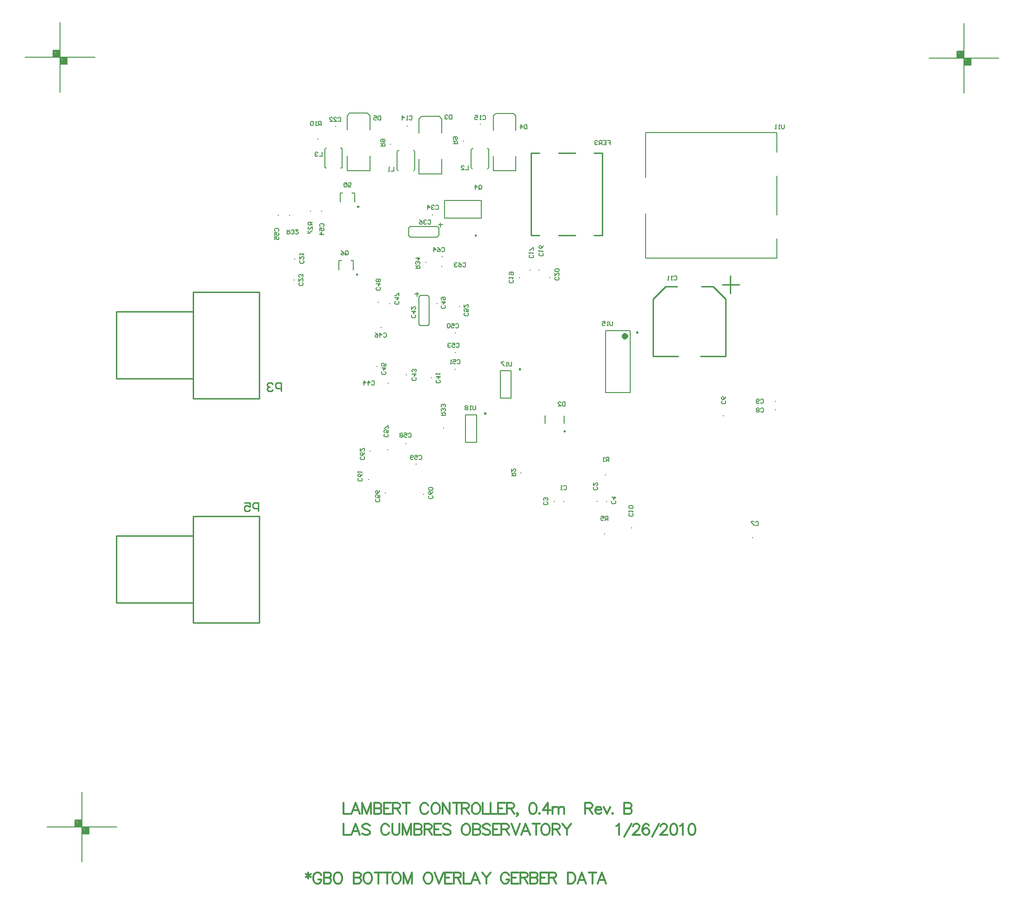
<source format=gbo>
%FSLAX23Y23*%
%MOIN*%
G70*
G01*
G75*
G04 Layer_Color=32896*
%ADD10R,0.070X0.135*%
%ADD11R,0.067X0.014*%
%ADD12R,0.050X0.015*%
%ADD13R,0.039X0.059*%
%ADD14R,0.050X0.050*%
%ADD15R,0.035X0.053*%
%ADD16R,0.053X0.053*%
%ADD17R,0.050X0.050*%
%ADD18O,0.087X0.024*%
%ADD19R,0.135X0.070*%
%ADD20R,0.030X0.125*%
%ADD21R,0.078X0.048*%
%ADD22R,0.067X0.040*%
%ADD23R,0.037X0.035*%
%ADD24R,0.037X0.035*%
%ADD25R,0.065X0.012*%
%ADD26R,0.065X0.024*%
%ADD27R,0.075X0.063*%
%ADD28R,0.063X0.106*%
%ADD29R,0.150X0.110*%
%ADD30O,0.028X0.018*%
%ADD31R,0.067X0.067*%
%ADD32R,0.125X0.170*%
%ADD33R,0.110X0.030*%
%ADD34O,0.083X0.012*%
%ADD35O,0.012X0.083*%
%ADD36R,0.138X0.085*%
%ADD37R,0.043X0.085*%
%ADD38R,0.043X0.085*%
%ADD39R,0.047X0.055*%
%ADD40O,0.012X0.071*%
%ADD41O,0.071X0.012*%
%ADD42R,0.075X0.059*%
%ADD43R,0.017X0.017*%
%ADD44R,0.134X0.134*%
%ADD45O,0.010X0.035*%
%ADD46O,0.035X0.010*%
%ADD47C,0.010*%
%ADD48C,0.040*%
%ADD49C,0.075*%
%ADD50C,0.005*%
%ADD51C,0.020*%
%ADD52C,0.012*%
%ADD53C,0.008*%
%ADD54C,0.012*%
%ADD55C,0.012*%
%ADD56C,0.080*%
%ADD57R,0.080X0.080*%
%ADD58C,0.067*%
%ADD59C,0.060*%
%ADD60C,0.020*%
%ADD61C,0.059*%
%ADD62R,0.059X0.059*%
%ADD63C,0.157*%
%ADD64C,0.079*%
%ADD65C,0.087*%
%ADD66R,0.087X0.087*%
%ADD67C,0.250*%
%ADD68R,0.062X0.062*%
%ADD69C,0.062*%
%ADD70C,0.030*%
%ADD71C,0.024*%
%ADD72C,0.028*%
G04:AMPARAMS|DCode=73|XSize=100mil|YSize=100mil|CornerRadius=0mil|HoleSize=0mil|Usage=FLASHONLY|Rotation=0.000|XOffset=0mil|YOffset=0mil|HoleType=Round|Shape=Relief|Width=10mil|Gap=10mil|Entries=4|*
%AMTHD73*
7,0,0,0.100,0.080,0.010,45*
%
%ADD73THD73*%
%ADD74C,0.044*%
%ADD75C,0.059*%
%ADD76C,0.050*%
%ADD77C,0.030*%
%ADD78C,0.055*%
%ADD79C,0.111*%
%ADD80C,0.056*%
%ADD81C,0.147*%
%ADD82C,0.067*%
%ADD83C,0.140*%
%ADD84C,0.055*%
%ADD85C,0.036*%
%ADD86C,0.071*%
%ADD87C,0.130*%
%ADD88C,0.103*%
G04:AMPARAMS|DCode=89|XSize=70mil|YSize=70mil|CornerRadius=0mil|HoleSize=0mil|Usage=FLASHONLY|Rotation=0.000|XOffset=0mil|YOffset=0mil|HoleType=Round|Shape=Relief|Width=10mil|Gap=10mil|Entries=4|*
%AMTHD89*
7,0,0,0.070,0.050,0.010,45*
%
%ADD89THD89*%
%ADD90C,0.033*%
G04:AMPARAMS|DCode=91|XSize=90mil|YSize=90mil|CornerRadius=0mil|HoleSize=0mil|Usage=FLASHONLY|Rotation=0.000|XOffset=0mil|YOffset=0mil|HoleType=Round|Shape=Relief|Width=10mil|Gap=10mil|Entries=4|*
%AMTHD91*
7,0,0,0.090,0.070,0.010,45*
%
%ADD91THD91*%
G04:AMPARAMS|DCode=92|XSize=95.433mil|YSize=95.433mil|CornerRadius=0mil|HoleSize=0mil|Usage=FLASHONLY|Rotation=0.000|XOffset=0mil|YOffset=0mil|HoleType=Round|Shape=Relief|Width=10mil|Gap=10mil|Entries=4|*
%AMTHD92*
7,0,0,0.095,0.075,0.010,45*
%
%ADD92THD92*%
G04:AMPARAMS|DCode=93|XSize=150.551mil|YSize=150.551mil|CornerRadius=0mil|HoleSize=0mil|Usage=FLASHONLY|Rotation=0.000|XOffset=0mil|YOffset=0mil|HoleType=Round|Shape=Relief|Width=10mil|Gap=10mil|Entries=4|*
%AMTHD93*
7,0,0,0.151,0.131,0.010,45*
%
%ADD93THD93*%
G04:AMPARAMS|DCode=94|XSize=96.221mil|YSize=96.221mil|CornerRadius=0mil|HoleSize=0mil|Usage=FLASHONLY|Rotation=0.000|XOffset=0mil|YOffset=0mil|HoleType=Round|Shape=Relief|Width=10mil|Gap=10mil|Entries=4|*
%AMTHD94*
7,0,0,0.096,0.076,0.010,45*
%
%ADD94THD94*%
G04:AMPARAMS|DCode=95|XSize=107.244mil|YSize=107.244mil|CornerRadius=0mil|HoleSize=0mil|Usage=FLASHONLY|Rotation=0.000|XOffset=0mil|YOffset=0mil|HoleType=Round|Shape=Relief|Width=10mil|Gap=10mil|Entries=4|*
%AMTHD95*
7,0,0,0.107,0.087,0.010,45*
%
%ADD95THD95*%
G04:AMPARAMS|DCode=96|XSize=180mil|YSize=180mil|CornerRadius=0mil|HoleSize=0mil|Usage=FLASHONLY|Rotation=0.000|XOffset=0mil|YOffset=0mil|HoleType=Round|Shape=Relief|Width=10mil|Gap=10mil|Entries=4|*
%AMTHD96*
7,0,0,0.180,0.160,0.010,45*
%
%ADD96THD96*%
G04:AMPARAMS|DCode=97|XSize=95mil|YSize=95mil|CornerRadius=0mil|HoleSize=0mil|Usage=FLASHONLY|Rotation=0.000|XOffset=0mil|YOffset=0mil|HoleType=Round|Shape=Relief|Width=10mil|Gap=10mil|Entries=4|*
%AMTHD97*
7,0,0,0.095,0.075,0.010,45*
%
%ADD97THD97*%
G04:AMPARAMS|DCode=98|XSize=75.748mil|YSize=75.748mil|CornerRadius=0mil|HoleSize=0mil|Usage=FLASHONLY|Rotation=0.000|XOffset=0mil|YOffset=0mil|HoleType=Round|Shape=Relief|Width=10mil|Gap=10mil|Entries=4|*
%AMTHD98*
7,0,0,0.076,0.056,0.010,45*
%
%ADD98THD98*%
G04:AMPARAMS|DCode=99|XSize=111.181mil|YSize=111.181mil|CornerRadius=0mil|HoleSize=0mil|Usage=FLASHONLY|Rotation=0.000|XOffset=0mil|YOffset=0mil|HoleType=Round|Shape=Relief|Width=10mil|Gap=10mil|Entries=4|*
%AMTHD99*
7,0,0,0.111,0.091,0.010,45*
%
%ADD99THD99*%
G04:AMPARAMS|DCode=100|XSize=73mil|YSize=73mil|CornerRadius=0mil|HoleSize=0mil|Usage=FLASHONLY|Rotation=0.000|XOffset=0mil|YOffset=0mil|HoleType=Round|Shape=Relief|Width=10mil|Gap=10mil|Entries=4|*
%AMTHD100*
7,0,0,0.073,0.053,0.010,45*
%
%ADD100THD100*%
%ADD101O,0.091X0.028*%
%ADD102R,0.048X0.078*%
%ADD103R,0.200X0.040*%
%ADD104R,0.200X0.150*%
%ADD105R,0.106X0.150*%
%ADD106R,0.086X0.060*%
%ADD107R,0.130X0.094*%
%ADD108R,0.098X0.268*%
%ADD109R,0.035X0.037*%
%ADD110R,0.035X0.037*%
%ADD111C,0.010*%
%ADD112C,0.010*%
%ADD113C,0.007*%
%ADD114C,0.008*%
%ADD115C,0.024*%
%ADD116C,0.012*%
%ADD117C,0.012*%
%ADD118C,0.007*%
%ADD119R,0.280X0.130*%
%ADD120R,0.074X0.139*%
%ADD121R,0.071X0.018*%
%ADD122R,0.054X0.019*%
%ADD123R,0.043X0.063*%
%ADD124R,0.054X0.054*%
%ADD125R,0.039X0.057*%
%ADD126R,0.057X0.057*%
%ADD127R,0.054X0.054*%
%ADD128O,0.091X0.028*%
%ADD129R,0.139X0.074*%
%ADD130R,0.034X0.129*%
%ADD131R,0.082X0.052*%
%ADD132R,0.071X0.044*%
%ADD133R,0.041X0.039*%
%ADD134R,0.041X0.039*%
%ADD135R,0.069X0.016*%
%ADD136R,0.069X0.028*%
%ADD137R,0.079X0.067*%
%ADD138R,0.067X0.110*%
%ADD139R,0.154X0.114*%
%ADD140O,0.032X0.022*%
%ADD141R,0.071X0.071*%
%ADD142R,0.129X0.174*%
%ADD143R,0.114X0.034*%
%ADD144O,0.087X0.016*%
%ADD145O,0.016X0.087*%
%ADD146R,0.142X0.089*%
%ADD147R,0.047X0.089*%
%ADD148R,0.047X0.089*%
%ADD149R,0.051X0.059*%
%ADD150O,0.016X0.075*%
%ADD151O,0.075X0.016*%
%ADD152R,0.079X0.063*%
%ADD153R,0.021X0.021*%
%ADD154R,0.138X0.138*%
%ADD155O,0.014X0.039*%
%ADD156O,0.039X0.014*%
%ADD157C,0.084*%
%ADD158R,0.084X0.084*%
%ADD159C,0.004*%
%ADD160C,0.071*%
%ADD161C,0.064*%
%ADD162C,0.063*%
%ADD163R,0.063X0.063*%
%ADD164C,0.161*%
%ADD165C,0.083*%
%ADD166R,0.004X0.004*%
%ADD167C,0.091*%
%ADD168R,0.091X0.091*%
%ADD169C,0.254*%
%ADD170R,0.066X0.066*%
%ADD171C,0.066*%
%ADD172C,0.034*%
%ADD173C,0.032*%
%ADD174O,0.095X0.032*%
%ADD175R,0.052X0.082*%
%ADD176R,0.204X0.044*%
%ADD177R,0.204X0.154*%
%ADD178R,0.110X0.154*%
%ADD179R,0.090X0.064*%
%ADD180R,0.134X0.098*%
%ADD181R,0.102X0.272*%
%ADD182R,0.039X0.041*%
%ADD183R,0.039X0.041*%
D47*
X22385Y14166D02*
Y14756D01*
X22325D02*
X22385D01*
X22325Y14166D02*
X22385D01*
X21875D02*
Y14756D01*
X21935D01*
X21875Y14166D02*
X21935D01*
X22070D02*
X22190D01*
X22070Y14756D02*
X22190D01*
X23178Y13801D02*
X23268Y13711D01*
X22748D02*
X22838Y13801D01*
X23268Y13301D02*
Y13711D01*
X22748Y13301D02*
Y13711D01*
X23302Y13749D02*
Y13875D01*
X23246Y13812D02*
X23364D01*
X22748Y13301D02*
X22927D01*
X23087Y13299D02*
X23265D01*
X22838Y13801D02*
X22920D01*
X23096D02*
X23178D01*
X19455Y12997D02*
Y13378D01*
Y12997D02*
X19927D01*
Y13355D01*
X19455Y13760D02*
X19927D01*
Y13355D02*
Y13760D01*
X18904Y13619D02*
X19455D01*
X18904Y13138D02*
Y13619D01*
Y13138D02*
X19455D01*
Y13378D02*
Y13760D01*
Y11390D02*
Y11772D01*
Y11390D02*
X19927D01*
Y11748D01*
X19455Y12154D02*
X19927D01*
Y11748D02*
Y12154D01*
X18904Y12012D02*
X19455D01*
X18904Y11532D02*
Y12012D01*
Y11532D02*
X19455D01*
Y11772D02*
Y12154D01*
X20084Y13048D02*
Y13108D01*
X20054D01*
X20044Y13098D01*
Y13078D01*
X20054Y13068D01*
X20084D01*
X20024Y13098D02*
X20014Y13108D01*
X19994D01*
X19984Y13098D01*
Y13088D01*
X19994Y13078D01*
X20004D01*
X19994D01*
X19984Y13068D01*
Y13058D01*
X19994Y13048D01*
X20014D01*
X20024Y13058D01*
X19922Y12189D02*
Y12249D01*
X19892D01*
X19882Y12239D01*
Y12219D01*
X19892Y12209D01*
X19922D01*
X19822Y12249D02*
X19862D01*
Y12219D01*
X19842Y12229D01*
X19832D01*
X19822Y12219D01*
Y12199D01*
X19832Y12189D01*
X19852D01*
X19862Y12199D01*
D50*
X21478Y12946D02*
Y12921D01*
X21473Y12916D01*
X21463D01*
X21458Y12921D01*
Y12946D01*
X21448Y12916D02*
X21438D01*
X21443D01*
Y12946D01*
X21448Y12941D01*
X21423D02*
X21418Y12946D01*
X21408D01*
X21403Y12941D01*
Y12936D01*
X21408Y12931D01*
X21403Y12926D01*
Y12921D01*
X21408Y12916D01*
X21418D01*
X21423Y12921D01*
Y12926D01*
X21418Y12931D01*
X21423Y12936D01*
Y12941D01*
X21418Y12931D02*
X21408D01*
X21736Y13259D02*
Y13234D01*
X21731Y13229D01*
X21721D01*
X21716Y13234D01*
Y13259D01*
X21706Y13229D02*
X21696D01*
X21701D01*
Y13259D01*
X21706Y13254D01*
X21681Y13259D02*
X21661D01*
Y13254D01*
X21681Y13234D01*
Y13229D01*
X21049Y13929D02*
X21079D01*
Y13944D01*
X21074Y13949D01*
X21064D01*
X21059Y13944D01*
Y13929D01*
Y13939D02*
X21049Y13949D01*
X21074Y13959D02*
X21079Y13964D01*
Y13974D01*
X21074Y13979D01*
X21069D01*
X21064Y13974D01*
Y13969D01*
Y13974D01*
X21059Y13979D01*
X21054D01*
X21049Y13974D01*
Y13964D01*
X21054Y13959D01*
X21049Y14004D02*
X21079D01*
X21064Y13989D01*
Y14009D01*
X21230Y12876D02*
X21260D01*
Y12891D01*
X21255Y12896D01*
X21245D01*
X21240Y12891D01*
Y12876D01*
Y12886D02*
X21230Y12896D01*
X21255Y12906D02*
X21260Y12911D01*
Y12921D01*
X21255Y12926D01*
X21250D01*
X21245Y12921D01*
Y12916D01*
Y12921D01*
X21240Y12926D01*
X21235D01*
X21230Y12921D01*
Y12911D01*
X21235Y12906D01*
X21255Y12936D02*
X21260Y12941D01*
Y12951D01*
X21255Y12956D01*
X21250D01*
X21245Y12951D01*
Y12946D01*
Y12951D01*
X21240Y12956D01*
X21235D01*
X21230Y12951D01*
Y12941D01*
X21235Y12936D01*
X20127Y14206D02*
Y14176D01*
X20142D01*
X20147Y14181D01*
Y14191D01*
X20142Y14196D01*
X20127D01*
X20137D02*
X20147Y14206D01*
X20157Y14181D02*
X20162Y14176D01*
X20172D01*
X20177Y14181D01*
Y14186D01*
X20172Y14191D01*
X20167D01*
X20172D01*
X20177Y14196D01*
Y14201D01*
X20172Y14206D01*
X20162D01*
X20157Y14201D01*
X20207Y14206D02*
X20187D01*
X20207Y14186D01*
Y14181D01*
X20202Y14176D01*
X20192D01*
X20187Y14181D01*
X21234Y14074D02*
X21239Y14079D01*
X21249D01*
X21254Y14074D01*
Y14054D01*
X21249Y14049D01*
X21239D01*
X21234Y14054D01*
X21204Y14079D02*
X21214Y14074D01*
X21224Y14064D01*
Y14054D01*
X21219Y14049D01*
X21209D01*
X21204Y14054D01*
Y14059D01*
X21209Y14064D01*
X21224D01*
X21179Y14049D02*
Y14079D01*
X21194Y14064D01*
X21174D01*
X21385Y13966D02*
X21390Y13971D01*
X21400D01*
X21405Y13966D01*
Y13946D01*
X21400Y13941D01*
X21390D01*
X21385Y13946D01*
X21355Y13971D02*
X21365Y13966D01*
X21375Y13956D01*
Y13946D01*
X21370Y13941D01*
X21360D01*
X21355Y13946D01*
Y13951D01*
X21360Y13956D01*
X21375D01*
X21345Y13966D02*
X21340Y13971D01*
X21330D01*
X21325Y13966D01*
Y13961D01*
X21330Y13956D01*
X21335D01*
X21330D01*
X21325Y13951D01*
Y13946D01*
X21330Y13941D01*
X21340D01*
X21345Y13946D01*
X20786Y12277D02*
X20791Y12272D01*
Y12262D01*
X20786Y12257D01*
X20766D01*
X20761Y12262D01*
Y12272D01*
X20766Y12277D01*
X20791Y12307D02*
Y12287D01*
X20776D01*
X20781Y12297D01*
Y12302D01*
X20776Y12307D01*
X20766D01*
X20761Y12302D01*
Y12292D01*
X20766Y12287D01*
X20791Y12337D02*
X20786Y12327D01*
X20776Y12317D01*
X20766D01*
X20761Y12322D01*
Y12332D01*
X20766Y12337D01*
X20771D01*
X20776Y12332D01*
Y12317D01*
X20848Y12742D02*
X20853Y12737D01*
Y12727D01*
X20848Y12722D01*
X20828D01*
X20823Y12727D01*
Y12737D01*
X20828Y12742D01*
X20853Y12772D02*
Y12752D01*
X20838D01*
X20843Y12762D01*
Y12767D01*
X20838Y12772D01*
X20828D01*
X20823Y12767D01*
Y12757D01*
X20828Y12752D01*
X20853Y12782D02*
Y12802D01*
X20848D01*
X20828Y12782D01*
X20823D01*
X20995Y12743D02*
X21000Y12748D01*
X21010D01*
X21015Y12743D01*
Y12723D01*
X21010Y12718D01*
X21000D01*
X20995Y12723D01*
X20965Y12748D02*
X20985D01*
Y12733D01*
X20975Y12738D01*
X20970D01*
X20965Y12733D01*
Y12723D01*
X20970Y12718D01*
X20980D01*
X20985Y12723D01*
X20955Y12743D02*
X20950Y12748D01*
X20940D01*
X20935Y12743D01*
Y12738D01*
X20940Y12733D01*
X20935Y12728D01*
Y12723D01*
X20940Y12718D01*
X20950D01*
X20955Y12723D01*
Y12728D01*
X20950Y12733D01*
X20955Y12738D01*
Y12743D01*
X20950Y12733D02*
X20940D01*
X21070Y12586D02*
X21075Y12591D01*
X21085D01*
X21090Y12586D01*
Y12566D01*
X21085Y12561D01*
X21075D01*
X21070Y12566D01*
X21040Y12591D02*
X21060D01*
Y12576D01*
X21050Y12581D01*
X21045D01*
X21040Y12576D01*
Y12566D01*
X21045Y12561D01*
X21055D01*
X21060Y12566D01*
X21030D02*
X21025Y12561D01*
X21015D01*
X21010Y12566D01*
Y12586D01*
X21015Y12591D01*
X21025D01*
X21030Y12586D01*
Y12581D01*
X21025Y12576D01*
X21010D01*
X21166Y12301D02*
X21171Y12296D01*
Y12286D01*
X21166Y12281D01*
X21146D01*
X21141Y12286D01*
Y12296D01*
X21146Y12301D01*
X21171Y12331D02*
X21166Y12321D01*
X21156Y12311D01*
X21146D01*
X21141Y12316D01*
Y12326D01*
X21146Y12331D01*
X21151D01*
X21156Y12326D01*
Y12311D01*
X21166Y12341D02*
X21171Y12346D01*
Y12356D01*
X21166Y12361D01*
X21146D01*
X21141Y12356D01*
Y12346D01*
X21146Y12341D01*
X21166D01*
X20661Y12425D02*
X20666Y12420D01*
Y12410D01*
X20661Y12405D01*
X20641D01*
X20636Y12410D01*
Y12420D01*
X20641Y12425D01*
X20666Y12455D02*
X20661Y12445D01*
X20651Y12435D01*
X20641D01*
X20636Y12440D01*
Y12450D01*
X20641Y12455D01*
X20646D01*
X20651Y12450D01*
Y12435D01*
X20636Y12465D02*
Y12475D01*
Y12470D01*
X20666D01*
X20661Y12465D01*
X20677Y12581D02*
X20682Y12576D01*
Y12566D01*
X20677Y12561D01*
X20657D01*
X20652Y12566D01*
Y12576D01*
X20657Y12581D01*
X20682Y12611D02*
X20677Y12601D01*
X20667Y12591D01*
X20657D01*
X20652Y12596D01*
Y12606D01*
X20657Y12611D01*
X20662D01*
X20667Y12606D01*
Y12591D01*
X20652Y12641D02*
Y12621D01*
X20672Y12641D01*
X20677D01*
X20682Y12636D01*
Y12626D01*
X20677Y12621D01*
X22459Y13550D02*
Y13525D01*
X22454Y13520D01*
X22444D01*
X22439Y13525D01*
Y13550D01*
X22429Y13520D02*
X22419D01*
X22424D01*
Y13550D01*
X22429Y13545D01*
X22384Y13550D02*
X22404D01*
Y13535D01*
X22394Y13540D01*
X22389D01*
X22384Y13535D01*
Y13525D01*
X22389Y13520D01*
X22399D01*
X22404Y13525D01*
X22420Y14846D02*
X22440D01*
Y14831D01*
X22430D01*
X22440D01*
Y14816D01*
X22390Y14846D02*
X22410D01*
Y14816D01*
X22390D01*
X22410Y14831D02*
X22400D01*
X22380Y14816D02*
Y14846D01*
X22365D01*
X22360Y14841D01*
Y14831D01*
X22365Y14826D01*
X22380D01*
X22370D02*
X22360Y14816D01*
X22350Y14841D02*
X22345Y14846D01*
X22335D01*
X22330Y14841D01*
Y14836D01*
X22335Y14831D01*
X22340D01*
X22335D01*
X22330Y14826D01*
Y14821D01*
X22335Y14816D01*
X22345D01*
X22350Y14821D01*
X23688Y14961D02*
Y14936D01*
X23683Y14931D01*
X23673D01*
X23668Y14936D01*
Y14961D01*
X23658Y14931D02*
X23648D01*
X23653D01*
Y14961D01*
X23658Y14956D01*
X23633Y14931D02*
X23623D01*
X23628D01*
Y14961D01*
X23633Y14956D01*
X21191Y14377D02*
X21196Y14382D01*
X21206D01*
X21211Y14377D01*
Y14357D01*
X21206Y14352D01*
X21196D01*
X21191Y14357D01*
X21181Y14377D02*
X21176Y14382D01*
X21166D01*
X21161Y14377D01*
Y14372D01*
X21166Y14367D01*
X21171D01*
X21166D01*
X21161Y14362D01*
Y14357D01*
X21166Y14352D01*
X21176D01*
X21181Y14357D01*
X21136Y14352D02*
Y14382D01*
X21151Y14367D01*
X21131D01*
X21136Y14272D02*
X21141Y14277D01*
X21151D01*
X21156Y14272D01*
Y14252D01*
X21151Y14247D01*
X21141D01*
X21136Y14252D01*
X21126Y14272D02*
X21121Y14277D01*
X21111D01*
X21106Y14272D01*
Y14267D01*
X21111Y14262D01*
X21116D01*
X21111D01*
X21106Y14257D01*
Y14252D01*
X21111Y14247D01*
X21121D01*
X21126Y14252D01*
X21076Y14277D02*
X21086Y14272D01*
X21096Y14262D01*
Y14252D01*
X21091Y14247D01*
X21081D01*
X21076Y14252D01*
Y14257D01*
X21081Y14262D01*
X21096D01*
X21219Y13128D02*
X21224Y13123D01*
Y13113D01*
X21219Y13108D01*
X21199D01*
X21194Y13113D01*
Y13123D01*
X21199Y13128D01*
X21194Y13153D02*
X21224D01*
X21209Y13138D01*
Y13158D01*
X21194Y13168D02*
Y13178D01*
Y13173D01*
X21224D01*
X21219Y13168D01*
X21043Y13597D02*
X21048Y13592D01*
Y13582D01*
X21043Y13577D01*
X21023D01*
X21018Y13582D01*
Y13592D01*
X21023Y13597D01*
X21018Y13622D02*
X21048D01*
X21033Y13607D01*
Y13627D01*
X21018Y13657D02*
Y13637D01*
X21038Y13657D01*
X21043D01*
X21048Y13652D01*
Y13642D01*
X21043Y13637D01*
X21048Y13147D02*
X21053Y13142D01*
Y13132D01*
X21048Y13127D01*
X21028D01*
X21023Y13132D01*
Y13142D01*
X21028Y13147D01*
X21023Y13172D02*
X21053D01*
X21038Y13157D01*
Y13177D01*
X21048Y13187D02*
X21053Y13192D01*
Y13202D01*
X21048Y13207D01*
X21043D01*
X21038Y13202D01*
Y13197D01*
Y13202D01*
X21033Y13207D01*
X21028D01*
X21023Y13202D01*
Y13192D01*
X21028Y13187D01*
X20733Y13118D02*
X20738Y13123D01*
X20748D01*
X20753Y13118D01*
Y13098D01*
X20748Y13093D01*
X20738D01*
X20733Y13098D01*
X20708Y13093D02*
Y13123D01*
X20723Y13108D01*
X20703D01*
X20678Y13093D02*
Y13123D01*
X20693Y13108D01*
X20673D01*
X20829Y13190D02*
X20834Y13185D01*
Y13175D01*
X20829Y13170D01*
X20809D01*
X20804Y13175D01*
Y13185D01*
X20809Y13190D01*
X20804Y13215D02*
X20834D01*
X20819Y13200D01*
Y13220D01*
X20834Y13250D02*
Y13230D01*
X20819D01*
X20824Y13240D01*
Y13245D01*
X20819Y13250D01*
X20809D01*
X20804Y13245D01*
Y13235D01*
X20809Y13230D01*
X20818Y13462D02*
X20823Y13467D01*
X20833D01*
X20838Y13462D01*
Y13442D01*
X20833Y13437D01*
X20823D01*
X20818Y13442D01*
X20793Y13437D02*
Y13467D01*
X20808Y13452D01*
X20788D01*
X20758Y13467D02*
X20768Y13462D01*
X20778Y13452D01*
Y13442D01*
X20773Y13437D01*
X20763D01*
X20758Y13442D01*
Y13447D01*
X20763Y13452D01*
X20778D01*
X20924Y13694D02*
X20929Y13689D01*
Y13679D01*
X20924Y13674D01*
X20904D01*
X20899Y13679D01*
Y13689D01*
X20904Y13694D01*
X20899Y13719D02*
X20929D01*
X20914Y13704D01*
Y13724D01*
X20929Y13734D02*
Y13754D01*
X20924D01*
X20904Y13734D01*
X20899D01*
X20791Y13794D02*
X20796Y13789D01*
Y13779D01*
X20791Y13774D01*
X20771D01*
X20766Y13779D01*
Y13789D01*
X20771Y13794D01*
X20766Y13819D02*
X20796D01*
X20781Y13804D01*
Y13824D01*
X20791Y13834D02*
X20796Y13839D01*
Y13849D01*
X20791Y13854D01*
X20786D01*
X20781Y13849D01*
X20776Y13854D01*
X20771D01*
X20766Y13849D01*
Y13839D01*
X20771Y13834D01*
X20776D01*
X20781Y13839D01*
X20786Y13834D01*
X20791D01*
X20781Y13839D02*
Y13849D01*
X21256Y13663D02*
X21261Y13658D01*
Y13648D01*
X21256Y13643D01*
X21236D01*
X21231Y13648D01*
Y13658D01*
X21236Y13663D01*
X21231Y13688D02*
X21261D01*
X21246Y13673D01*
Y13693D01*
X21236Y13703D02*
X21231Y13708D01*
Y13718D01*
X21236Y13723D01*
X21256D01*
X21261Y13718D01*
Y13708D01*
X21256Y13703D01*
X21251D01*
X21246Y13708D01*
Y13723D01*
X21334Y13529D02*
X21339Y13534D01*
X21349D01*
X21354Y13529D01*
Y13509D01*
X21349Y13504D01*
X21339D01*
X21334Y13509D01*
X21304Y13534D02*
X21324D01*
Y13519D01*
X21314Y13524D01*
X21309D01*
X21304Y13519D01*
Y13509D01*
X21309Y13504D01*
X21319D01*
X21324Y13509D01*
X21294Y13529D02*
X21289Y13534D01*
X21279D01*
X21274Y13529D01*
Y13509D01*
X21279Y13504D01*
X21289D01*
X21294Y13509D01*
Y13529D01*
X21345Y13271D02*
X21350Y13276D01*
X21360D01*
X21365Y13271D01*
Y13251D01*
X21360Y13246D01*
X21350D01*
X21345Y13251D01*
X21315Y13276D02*
X21335D01*
Y13261D01*
X21325Y13266D01*
X21320D01*
X21315Y13261D01*
Y13251D01*
X21320Y13246D01*
X21330D01*
X21335Y13251D01*
X21305Y13246D02*
X21295D01*
X21300D01*
Y13276D01*
X21305Y13271D01*
X21420Y13610D02*
X21425Y13605D01*
Y13595D01*
X21420Y13590D01*
X21400D01*
X21395Y13595D01*
Y13605D01*
X21400Y13610D01*
X21425Y13640D02*
Y13620D01*
X21410D01*
X21415Y13630D01*
Y13635D01*
X21410Y13640D01*
X21400D01*
X21395Y13635D01*
Y13625D01*
X21400Y13620D01*
X21395Y13670D02*
Y13650D01*
X21415Y13670D01*
X21420D01*
X21425Y13665D01*
Y13655D01*
X21420Y13650D01*
X21339Y13389D02*
X21344Y13394D01*
X21354D01*
X21359Y13389D01*
Y13369D01*
X21354Y13364D01*
X21344D01*
X21339Y13369D01*
X21309Y13394D02*
X21329D01*
Y13379D01*
X21319Y13384D01*
X21314D01*
X21309Y13379D01*
Y13369D01*
X21314Y13364D01*
X21324D01*
X21329Y13369D01*
X21299Y13389D02*
X21294Y13394D01*
X21284D01*
X21279Y13389D01*
Y13384D01*
X21284Y13379D01*
X21289D01*
X21284D01*
X21279Y13374D01*
Y13369D01*
X21284Y13364D01*
X21294D01*
X21299Y13369D01*
X21501Y14502D02*
Y14522D01*
X21506Y14527D01*
X21516D01*
X21521Y14522D01*
Y14502D01*
X21516Y14497D01*
X21506D01*
X21511Y14507D02*
X21501Y14497D01*
X21506D02*
X21501Y14502D01*
X21476Y14497D02*
Y14527D01*
X21491Y14512D01*
X21471D01*
X22897Y13871D02*
X22902Y13876D01*
X22912D01*
X22917Y13871D01*
Y13851D01*
X22912Y13846D01*
X22902D01*
X22897Y13851D01*
X22887Y13846D02*
X22877D01*
X22882D01*
Y13876D01*
X22887Y13871D01*
X22862Y13846D02*
X22852D01*
X22857D01*
Y13876D01*
X22862Y13871D01*
X21002Y15018D02*
X21007Y15023D01*
X21017D01*
X21022Y15018D01*
Y14998D01*
X21017Y14993D01*
X21007D01*
X21002Y14998D01*
X20992Y14993D02*
X20982D01*
X20987D01*
Y15023D01*
X20992Y15018D01*
X20952Y14993D02*
Y15023D01*
X20967Y15008D01*
X20947D01*
X21527Y15021D02*
X21532Y15026D01*
X21542D01*
X21547Y15021D01*
Y15001D01*
X21542Y14996D01*
X21532D01*
X21527Y15001D01*
X21517Y14996D02*
X21507D01*
X21512D01*
Y15026D01*
X21517Y15021D01*
X21472Y15026D02*
X21492D01*
Y15011D01*
X21482Y15016D01*
X21477D01*
X21472Y15011D01*
Y15001D01*
X21477Y14996D01*
X21487D01*
X21492Y15001D01*
X21958Y14038D02*
X21963Y14033D01*
Y14023D01*
X21958Y14018D01*
X21938D01*
X21933Y14023D01*
Y14033D01*
X21938Y14038D01*
X21933Y14048D02*
Y14058D01*
Y14053D01*
X21963D01*
X21958Y14048D01*
X21963Y14093D02*
X21958Y14083D01*
X21948Y14073D01*
X21938D01*
X21933Y14078D01*
Y14088D01*
X21938Y14093D01*
X21943D01*
X21948Y14088D01*
Y14073D01*
X21888Y14025D02*
X21893Y14020D01*
Y14010D01*
X21888Y14005D01*
X21868D01*
X21863Y14010D01*
Y14020D01*
X21868Y14025D01*
X21863Y14035D02*
Y14045D01*
Y14040D01*
X21893D01*
X21888Y14035D01*
X21893Y14060D02*
Y14080D01*
X21888D01*
X21868Y14060D01*
X21863D01*
X21743Y13847D02*
X21748Y13842D01*
Y13832D01*
X21743Y13827D01*
X21723D01*
X21718Y13832D01*
Y13842D01*
X21723Y13847D01*
X21718Y13857D02*
Y13867D01*
Y13862D01*
X21748D01*
X21743Y13857D01*
X21723Y13882D02*
X21718Y13887D01*
Y13897D01*
X21723Y13902D01*
X21743D01*
X21748Y13897D01*
Y13887D01*
X21743Y13882D01*
X21738D01*
X21733Y13887D01*
Y13902D01*
X22070Y13867D02*
X22075Y13862D01*
Y13852D01*
X22070Y13847D01*
X22050D01*
X22045Y13852D01*
Y13862D01*
X22050Y13867D01*
X22045Y13897D02*
Y13877D01*
X22065Y13897D01*
X22070D01*
X22075Y13892D01*
Y13882D01*
X22070Y13877D01*
Y13907D02*
X22075Y13912D01*
Y13922D01*
X22070Y13927D01*
X22050D01*
X22045Y13922D01*
Y13912D01*
X22050Y13907D01*
X22070D01*
X20243Y13987D02*
X20248Y13982D01*
Y13972D01*
X20243Y13967D01*
X20223D01*
X20218Y13972D01*
Y13982D01*
X20223Y13987D01*
X20218Y14017D02*
Y13997D01*
X20238Y14017D01*
X20243D01*
X20248Y14012D01*
Y14002D01*
X20243Y13997D01*
X20218Y14027D02*
Y14037D01*
Y14032D01*
X20248D01*
X20243Y14027D01*
X20492Y15007D02*
X20497Y15012D01*
X20507D01*
X20512Y15007D01*
Y14987D01*
X20507Y14982D01*
X20497D01*
X20492Y14987D01*
X20462Y14982D02*
X20482D01*
X20462Y15002D01*
Y15007D01*
X20467Y15012D01*
X20477D01*
X20482Y15007D01*
X20432Y14982D02*
X20452D01*
X20432Y15002D01*
Y15007D01*
X20437Y15012D01*
X20447D01*
X20452Y15007D01*
X20238Y13827D02*
X20243Y13822D01*
Y13812D01*
X20238Y13807D01*
X20218D01*
X20213Y13812D01*
Y13822D01*
X20218Y13827D01*
X20213Y13857D02*
Y13837D01*
X20233Y13857D01*
X20238D01*
X20243Y13852D01*
Y13842D01*
X20238Y13837D01*
Y13867D02*
X20243Y13872D01*
Y13882D01*
X20238Y13887D01*
X20233D01*
X20228Y13882D01*
Y13877D01*
Y13882D01*
X20223Y13887D01*
X20218D01*
X20213Y13882D01*
Y13872D01*
X20218Y13867D01*
X20365Y14229D02*
X20360Y14234D01*
Y14244D01*
X20365Y14249D01*
X20385D01*
X20390Y14244D01*
Y14234D01*
X20385Y14229D01*
X20360Y14199D02*
Y14219D01*
X20375D01*
X20370Y14209D01*
Y14204D01*
X20375Y14199D01*
X20385D01*
X20390Y14204D01*
Y14214D01*
X20385Y14219D01*
X20390Y14174D02*
X20360D01*
X20375Y14189D01*
Y14169D01*
X20044Y14195D02*
X20039Y14200D01*
Y14210D01*
X20044Y14215D01*
X20064D01*
X20069Y14210D01*
Y14200D01*
X20064Y14195D01*
X20039Y14165D02*
Y14185D01*
X20054D01*
X20049Y14175D01*
Y14170D01*
X20054Y14165D01*
X20064D01*
X20069Y14170D01*
Y14180D01*
X20064Y14185D01*
X20039Y14135D02*
Y14155D01*
X20054D01*
X20049Y14145D01*
Y14140D01*
X20054Y14135D01*
X20064D01*
X20069Y14140D01*
Y14150D01*
X20064Y14155D01*
X21308Y15029D02*
Y14999D01*
X21293D01*
X21288Y15004D01*
Y15024D01*
X21293Y15029D01*
X21308D01*
X21278Y15024D02*
X21273Y15029D01*
X21263D01*
X21258Y15024D01*
Y15019D01*
X21263Y15014D01*
X21268D01*
X21263D01*
X21258Y15009D01*
Y15004D01*
X21263Y14999D01*
X21273D01*
X21278Y15004D01*
X21846Y14959D02*
Y14929D01*
X21831D01*
X21826Y14934D01*
Y14954D01*
X21831Y14959D01*
X21846D01*
X21801Y14929D02*
Y14959D01*
X21816Y14944D01*
X21796D01*
X20799Y15022D02*
Y14992D01*
X20784D01*
X20779Y14997D01*
Y15017D01*
X20784Y15022D01*
X20799D01*
X20749D02*
X20769D01*
Y15007D01*
X20759Y15012D01*
X20754D01*
X20749Y15007D01*
Y14997D01*
X20754Y14992D01*
X20764D01*
X20769Y14997D01*
X20892Y14657D02*
Y14627D01*
X20872D01*
X20862D02*
X20852D01*
X20857D01*
Y14657D01*
X20862Y14652D01*
X21425Y14665D02*
Y14635D01*
X21405D01*
X21375D02*
X21395D01*
X21375Y14655D01*
Y14660D01*
X21380Y14665D01*
X21390D01*
X21395Y14660D01*
X20377Y14762D02*
Y14732D01*
X20357D01*
X20347Y14757D02*
X20342Y14762D01*
X20332D01*
X20327Y14757D01*
Y14752D01*
X20332Y14747D01*
X20337D01*
X20332D01*
X20327Y14742D01*
Y14737D01*
X20332Y14732D01*
X20342D01*
X20347Y14737D01*
X20556Y14539D02*
Y14519D01*
X20551Y14514D01*
X20541D01*
X20536Y14519D01*
Y14539D01*
X20541Y14544D01*
X20551D01*
X20546Y14534D02*
X20556Y14544D01*
X20551D02*
X20556Y14539D01*
X20586Y14514D02*
X20566D01*
Y14529D01*
X20576Y14524D01*
X20581D01*
X20586Y14529D01*
Y14539D01*
X20581Y14544D01*
X20571D01*
X20566Y14539D01*
X20544Y14030D02*
Y14050D01*
X20549Y14055D01*
X20559D01*
X20564Y14050D01*
Y14030D01*
X20559Y14025D01*
X20549D01*
X20554Y14035D02*
X20544Y14025D01*
X20549D02*
X20544Y14030D01*
X20514Y14055D02*
X20524Y14050D01*
X20534Y14040D01*
Y14030D01*
X20529Y14025D01*
X20519D01*
X20514Y14030D01*
Y14035D01*
X20519Y14040D01*
X20534D01*
X20799Y14806D02*
X20829D01*
Y14821D01*
X20824Y14826D01*
X20814D01*
X20809Y14821D01*
Y14806D01*
Y14816D02*
X20799Y14826D01*
X20824Y14836D02*
X20829Y14841D01*
Y14851D01*
X20824Y14856D01*
X20819D01*
X20814Y14851D01*
X20809Y14856D01*
X20804D01*
X20799Y14851D01*
Y14841D01*
X20804Y14836D01*
X20809D01*
X20814Y14841D01*
X20819Y14836D01*
X20824D01*
X20814Y14841D02*
Y14851D01*
X21318Y14823D02*
X21348D01*
Y14838D01*
X21343Y14843D01*
X21333D01*
X21328Y14838D01*
Y14823D01*
Y14833D02*
X21318Y14843D01*
X21323Y14853D02*
X21318Y14858D01*
Y14868D01*
X21323Y14873D01*
X21343D01*
X21348Y14868D01*
Y14858D01*
X21343Y14853D01*
X21338D01*
X21333Y14858D01*
Y14873D01*
X20370Y14954D02*
Y14984D01*
X20355D01*
X20350Y14979D01*
Y14969D01*
X20355Y14964D01*
X20370D01*
X20360D02*
X20350Y14954D01*
X20340D02*
X20330D01*
X20335D01*
Y14984D01*
X20340Y14979D01*
X20315D02*
X20310Y14984D01*
X20300D01*
X20295Y14979D01*
Y14959D01*
X20300Y14954D01*
X20310D01*
X20315Y14959D01*
Y14979D01*
X22107Y12368D02*
X22112Y12373D01*
X22122D01*
X22127Y12368D01*
Y12348D01*
X22122Y12343D01*
X22112D01*
X22107Y12348D01*
X22097Y12343D02*
X22087D01*
X22092D01*
Y12373D01*
X22097Y12368D01*
X22345Y12363D02*
X22350Y12358D01*
Y12348D01*
X22345Y12343D01*
X22325D01*
X22320Y12348D01*
Y12358D01*
X22325Y12363D01*
X22320Y12393D02*
Y12373D01*
X22340Y12393D01*
X22345D01*
X22350Y12388D01*
Y12378D01*
X22345Y12373D01*
X21989Y12256D02*
X21994Y12251D01*
Y12241D01*
X21989Y12236D01*
X21969D01*
X21964Y12241D01*
Y12251D01*
X21969Y12256D01*
X21989Y12266D02*
X21994Y12271D01*
Y12281D01*
X21989Y12286D01*
X21984D01*
X21979Y12281D01*
Y12276D01*
Y12281D01*
X21974Y12286D01*
X21969D01*
X21964Y12281D01*
Y12271D01*
X21969Y12266D01*
X22475Y12263D02*
X22480Y12258D01*
Y12248D01*
X22475Y12243D01*
X22455D01*
X22450Y12248D01*
Y12258D01*
X22455Y12263D01*
X22450Y12288D02*
X22480D01*
X22465Y12273D01*
Y12293D01*
X23264Y12981D02*
X23269Y12976D01*
Y12966D01*
X23264Y12961D01*
X23244D01*
X23239Y12966D01*
Y12976D01*
X23244Y12981D01*
X23269Y13011D02*
X23264Y13001D01*
X23254Y12991D01*
X23244D01*
X23239Y12996D01*
Y13006D01*
X23244Y13011D01*
X23249D01*
X23254Y13006D01*
Y12991D01*
X23480Y12111D02*
X23485Y12116D01*
X23495D01*
X23500Y12111D01*
Y12091D01*
X23495Y12086D01*
X23485D01*
X23480Y12091D01*
X23470Y12116D02*
X23450D01*
Y12111D01*
X23470Y12091D01*
Y12086D01*
X23519Y12924D02*
X23524Y12929D01*
X23534D01*
X23539Y12924D01*
Y12904D01*
X23534Y12899D01*
X23524D01*
X23519Y12904D01*
X23509Y12924D02*
X23504Y12929D01*
X23494D01*
X23489Y12924D01*
Y12919D01*
X23494Y12914D01*
X23489Y12909D01*
Y12904D01*
X23494Y12899D01*
X23504D01*
X23509Y12904D01*
Y12909D01*
X23504Y12914D01*
X23509Y12919D01*
Y12924D01*
X23504Y12914D02*
X23494D01*
X23517Y12987D02*
X23522Y12992D01*
X23532D01*
X23537Y12987D01*
Y12967D01*
X23532Y12962D01*
X23522D01*
X23517Y12967D01*
X23507D02*
X23502Y12962D01*
X23492D01*
X23487Y12967D01*
Y12987D01*
X23492Y12992D01*
X23502D01*
X23507Y12987D01*
Y12982D01*
X23502Y12977D01*
X23487D01*
X22601Y12174D02*
X22606Y12169D01*
Y12159D01*
X22601Y12154D01*
X22581D01*
X22576Y12159D01*
Y12169D01*
X22581Y12174D01*
X22576Y12184D02*
Y12194D01*
Y12189D01*
X22606D01*
X22601Y12184D01*
Y12209D02*
X22606Y12214D01*
Y12224D01*
X22601Y12229D01*
X22581D01*
X22576Y12224D01*
Y12214D01*
X22581Y12209D01*
X22601D01*
X22118Y12972D02*
Y12942D01*
X22103D01*
X22098Y12947D01*
Y12967D01*
X22103Y12972D01*
X22118D01*
X22068Y12942D02*
X22088D01*
X22068Y12962D01*
Y12967D01*
X22073Y12972D01*
X22083D01*
X22088Y12967D01*
X22430Y12547D02*
Y12577D01*
X22415D01*
X22410Y12572D01*
Y12562D01*
X22415Y12557D01*
X22430D01*
X22420D02*
X22410Y12547D01*
X22400D02*
X22390D01*
X22395D01*
Y12577D01*
X22400Y12572D01*
X21734Y12443D02*
X21764D01*
Y12458D01*
X21759Y12463D01*
X21749D01*
X21744Y12458D01*
Y12443D01*
Y12453D02*
X21734Y12463D01*
Y12493D02*
Y12473D01*
X21754Y12493D01*
X21759D01*
X21764Y12488D01*
Y12478D01*
X21759Y12473D01*
X22424Y12124D02*
Y12154D01*
X22409D01*
X22404Y12149D01*
Y12139D01*
X22409Y12134D01*
X22424D01*
X22414D02*
X22404Y12124D01*
X22374Y12154D02*
X22394D01*
Y12139D01*
X22384Y12144D01*
X22379D01*
X22374Y12139D01*
Y12129D01*
X22379Y12124D01*
X22389D01*
X22394Y12129D01*
X20309Y14259D02*
X20279D01*
Y14244D01*
X20284Y14239D01*
X20294D01*
X20299Y14244D01*
Y14259D01*
Y14249D02*
X20309Y14239D01*
Y14209D02*
Y14229D01*
X20289Y14209D01*
X20284D01*
X20279Y14214D01*
Y14224D01*
X20284Y14229D01*
X20279Y14199D02*
Y14179D01*
X20284D01*
X20304Y14199D01*
X20309D01*
D52*
X20279Y9600D02*
Y9555D01*
X20260Y9589D02*
X20298Y9566D01*
Y9589D02*
X20260Y9566D01*
X20372Y9581D02*
X20368Y9589D01*
X20360Y9597D01*
X20353Y9600D01*
X20337D01*
X20330Y9597D01*
X20322Y9589D01*
X20318Y9581D01*
X20315Y9570D01*
Y9551D01*
X20318Y9540D01*
X20322Y9532D01*
X20330Y9524D01*
X20337Y9520D01*
X20353D01*
X20360Y9524D01*
X20368Y9532D01*
X20372Y9540D01*
Y9551D01*
X20353D02*
X20372D01*
X20390Y9600D02*
Y9520D01*
Y9600D02*
X20424D01*
X20436Y9597D01*
X20439Y9593D01*
X20443Y9585D01*
Y9578D01*
X20439Y9570D01*
X20436Y9566D01*
X20424Y9562D01*
X20390D02*
X20424D01*
X20436Y9559D01*
X20439Y9555D01*
X20443Y9547D01*
Y9536D01*
X20439Y9528D01*
X20436Y9524D01*
X20424Y9520D01*
X20390D01*
X20484Y9600D02*
X20476Y9597D01*
X20469Y9589D01*
X20465Y9581D01*
X20461Y9570D01*
Y9551D01*
X20465Y9540D01*
X20469Y9532D01*
X20476Y9524D01*
X20484Y9520D01*
X20499D01*
X20507Y9524D01*
X20515Y9532D01*
X20518Y9540D01*
X20522Y9551D01*
Y9570D01*
X20518Y9581D01*
X20515Y9589D01*
X20507Y9597D01*
X20499Y9600D01*
X20484D01*
X20604D02*
Y9520D01*
Y9600D02*
X20638D01*
X20649Y9597D01*
X20653Y9593D01*
X20657Y9585D01*
Y9578D01*
X20653Y9570D01*
X20649Y9566D01*
X20638Y9562D01*
X20604D02*
X20638D01*
X20649Y9559D01*
X20653Y9555D01*
X20657Y9547D01*
Y9536D01*
X20653Y9528D01*
X20649Y9524D01*
X20638Y9520D01*
X20604D01*
X20698Y9600D02*
X20690Y9597D01*
X20682Y9589D01*
X20679Y9581D01*
X20675Y9570D01*
Y9551D01*
X20679Y9540D01*
X20682Y9532D01*
X20690Y9524D01*
X20698Y9520D01*
X20713D01*
X20721Y9524D01*
X20728Y9532D01*
X20732Y9540D01*
X20736Y9551D01*
Y9570D01*
X20732Y9581D01*
X20728Y9589D01*
X20721Y9597D01*
X20713Y9600D01*
X20698D01*
X20781D02*
Y9520D01*
X20754Y9600D02*
X20808D01*
X20844D02*
Y9520D01*
X20817Y9600D02*
X20871D01*
X20903D02*
X20895Y9597D01*
X20888Y9589D01*
X20884Y9581D01*
X20880Y9570D01*
Y9551D01*
X20884Y9540D01*
X20888Y9532D01*
X20895Y9524D01*
X20903Y9520D01*
X20918D01*
X20926Y9524D01*
X20933Y9532D01*
X20937Y9540D01*
X20941Y9551D01*
Y9570D01*
X20937Y9581D01*
X20933Y9589D01*
X20926Y9597D01*
X20918Y9600D01*
X20903D01*
X20960D02*
Y9520D01*
Y9600D02*
X20990Y9520D01*
X21021Y9600D02*
X20990Y9520D01*
X21021Y9600D02*
Y9520D01*
X21129Y9600D02*
X21122Y9597D01*
X21114Y9589D01*
X21110Y9581D01*
X21106Y9570D01*
Y9551D01*
X21110Y9540D01*
X21114Y9532D01*
X21122Y9524D01*
X21129Y9520D01*
X21144D01*
X21152Y9524D01*
X21160Y9532D01*
X21164Y9540D01*
X21167Y9551D01*
Y9570D01*
X21164Y9581D01*
X21160Y9589D01*
X21152Y9597D01*
X21144Y9600D01*
X21129D01*
X21186D02*
X21216Y9520D01*
X21247Y9600D02*
X21216Y9520D01*
X21307Y9600D02*
X21257D01*
Y9520D01*
X21307D01*
X21257Y9562D02*
X21288D01*
X21320Y9600D02*
Y9520D01*
Y9600D02*
X21354D01*
X21366Y9597D01*
X21370Y9593D01*
X21373Y9585D01*
Y9578D01*
X21370Y9570D01*
X21366Y9566D01*
X21354Y9562D01*
X21320D01*
X21347D02*
X21373Y9520D01*
X21391Y9600D02*
Y9520D01*
X21437D01*
X21507D02*
X21476Y9600D01*
X21446Y9520D01*
X21457Y9547D02*
X21495D01*
X21525Y9600D02*
X21556Y9562D01*
Y9520D01*
X21586Y9600D02*
X21556Y9562D01*
X21717Y9581D02*
X21713Y9589D01*
X21705Y9597D01*
X21698Y9600D01*
X21682D01*
X21675Y9597D01*
X21667Y9589D01*
X21663Y9581D01*
X21659Y9570D01*
Y9551D01*
X21663Y9540D01*
X21667Y9532D01*
X21675Y9524D01*
X21682Y9520D01*
X21698D01*
X21705Y9524D01*
X21713Y9532D01*
X21717Y9540D01*
Y9551D01*
X21698D02*
X21717D01*
X21784Y9600D02*
X21735D01*
Y9520D01*
X21784D01*
X21735Y9562D02*
X21765D01*
X21798Y9600D02*
Y9520D01*
Y9600D02*
X21832D01*
X21843Y9597D01*
X21847Y9593D01*
X21851Y9585D01*
Y9578D01*
X21847Y9570D01*
X21843Y9566D01*
X21832Y9562D01*
X21798D01*
X21824D02*
X21851Y9520D01*
X21869Y9600D02*
Y9520D01*
Y9600D02*
X21903D01*
X21915Y9597D01*
X21918Y9593D01*
X21922Y9585D01*
Y9578D01*
X21918Y9570D01*
X21915Y9566D01*
X21903Y9562D01*
X21869D02*
X21903D01*
X21915Y9559D01*
X21918Y9555D01*
X21922Y9547D01*
Y9536D01*
X21918Y9528D01*
X21915Y9524D01*
X21903Y9520D01*
X21869D01*
X21990Y9600D02*
X21940D01*
Y9520D01*
X21990D01*
X21940Y9562D02*
X21971D01*
X22003Y9600D02*
Y9520D01*
Y9600D02*
X22037D01*
X22049Y9597D01*
X22052Y9593D01*
X22056Y9585D01*
Y9578D01*
X22052Y9570D01*
X22049Y9566D01*
X22037Y9562D01*
X22003D01*
X22030D02*
X22056Y9520D01*
X22137Y9600D02*
Y9520D01*
Y9600D02*
X22164D01*
X22175Y9597D01*
X22183Y9589D01*
X22187Y9581D01*
X22190Y9570D01*
Y9551D01*
X22187Y9540D01*
X22183Y9532D01*
X22175Y9524D01*
X22164Y9520D01*
X22137D01*
X22269D02*
X22239Y9600D01*
X22208Y9520D01*
X22220Y9547D02*
X22258D01*
X22315Y9600D02*
Y9520D01*
X22288Y9600D02*
X22341D01*
X22412Y9520D02*
X22381Y9600D01*
X22351Y9520D01*
X22362Y9547D02*
X22400D01*
D53*
X21084Y13735D02*
X21074Y13731D01*
X21070Y13721D01*
X21146D02*
X21142Y13731D01*
X21132Y13735D01*
Y13519D02*
X21142Y13524D01*
X21146Y13533D01*
X21070D02*
X21074Y13524D01*
X21084Y13519D01*
X21214Y14216D02*
X21209Y14226D01*
X21200Y14230D01*
Y14154D02*
X21209Y14159D01*
X21214Y14168D01*
X20998D02*
X21002Y14159D01*
X21012Y14154D01*
Y14230D02*
X21002Y14226D01*
X20998Y14216D01*
X21084Y13519D02*
X21132D01*
X21084Y13735D02*
X21132D01*
X21070Y13533D02*
Y13721D01*
X21146Y13533D02*
Y13721D01*
X20998Y14168D02*
Y14216D01*
X21214Y14168D02*
Y14216D01*
X21012Y14230D02*
X21200D01*
X21012Y14154D02*
X21200D01*
X24726Y15436D02*
X25226D01*
X24976Y15186D02*
Y15686D01*
X24926Y15486D02*
X24926Y15436D01*
X24926Y15486D02*
X24976Y15486D01*
X25026Y15436D02*
X25026Y15386D01*
X24976Y15386D02*
X25026Y15386D01*
X24981Y15431D02*
X25021D01*
Y15391D02*
Y15431D01*
X24981Y15391D02*
X25021D01*
X24981D02*
Y15431D01*
X24986Y15426D02*
X25016D01*
Y15396D02*
Y15426D01*
X24986Y15396D02*
X25016D01*
X24986D02*
Y15421D01*
X24991D02*
X25011D01*
X25011Y15401D01*
X24991Y15401D02*
X25011Y15401D01*
X24991Y15401D02*
Y15416D01*
X24996Y15416D02*
X25006Y15416D01*
Y15406D02*
Y15416D01*
X24996Y15406D02*
X25006D01*
X24996D02*
X24996Y15416D01*
Y15411D02*
X25006D01*
X24931Y15481D02*
X24971D01*
Y15441D02*
Y15481D01*
X24931Y15441D02*
X24971D01*
X24931D02*
Y15481D01*
X24936Y15476D02*
X24966D01*
Y15446D02*
Y15476D01*
X24936Y15446D02*
X24966D01*
X24936D02*
Y15471D01*
X24941D02*
X24961Y15471D01*
Y15451D02*
Y15471D01*
X24941Y15451D02*
X24961D01*
X24941D02*
Y15466D01*
X24946D02*
X24956D01*
X24956Y15456D02*
X24956Y15466D01*
X24946Y15456D02*
X24956Y15456D01*
X24946Y15456D02*
Y15466D01*
Y15461D02*
X24956D01*
X18250Y15444D02*
X18750D01*
X18500Y15194D02*
Y15694D01*
X18450Y15494D02*
X18450Y15444D01*
X18450Y15494D02*
X18500Y15494D01*
X18550Y15444D02*
X18550Y15394D01*
X18500Y15394D02*
X18550Y15394D01*
X18505Y15439D02*
X18545D01*
Y15399D02*
Y15439D01*
X18505Y15399D02*
X18545D01*
X18505D02*
Y15439D01*
X18510Y15434D02*
X18540D01*
Y15404D02*
Y15434D01*
X18510Y15404D02*
X18540D01*
X18510D02*
Y15429D01*
X18515D02*
X18535D01*
X18535Y15409D01*
X18515Y15409D02*
X18535Y15409D01*
X18515Y15409D02*
Y15424D01*
X18520Y15424D02*
X18530Y15424D01*
Y15414D02*
Y15424D01*
X18520Y15414D02*
X18530D01*
X18520D02*
X18520Y15424D01*
Y15419D02*
X18530D01*
X18455Y15489D02*
X18495D01*
Y15449D02*
Y15489D01*
X18455Y15449D02*
X18495D01*
X18455D02*
Y15489D01*
X18460Y15484D02*
X18490D01*
Y15454D02*
Y15484D01*
X18460Y15454D02*
X18490D01*
X18460D02*
Y15479D01*
X18465D02*
X18485Y15479D01*
Y15459D02*
Y15479D01*
X18465Y15459D02*
X18485D01*
X18465D02*
Y15474D01*
X18470D02*
X18480D01*
X18480Y15464D02*
X18480Y15474D01*
X18470Y15464D02*
X18480Y15464D01*
X18470Y15464D02*
Y15474D01*
Y15469D02*
X18480D01*
X18407Y9927D02*
X18907D01*
X18657Y9677D02*
Y10177D01*
X18607Y9977D02*
X18607Y9927D01*
X18607Y9977D02*
X18657Y9977D01*
X18707Y9927D02*
X18707Y9877D01*
X18657Y9877D02*
X18707Y9877D01*
X18662Y9922D02*
X18702D01*
Y9882D02*
Y9922D01*
X18662Y9882D02*
X18702D01*
X18662D02*
Y9922D01*
X18667Y9917D02*
X18697D01*
Y9887D02*
Y9917D01*
X18667Y9887D02*
X18697D01*
X18667D02*
Y9912D01*
X18672D02*
X18692D01*
X18692Y9892D01*
X18672Y9892D02*
X18692Y9892D01*
X18672Y9892D02*
Y9907D01*
X18677Y9907D02*
X18687Y9907D01*
Y9897D02*
Y9907D01*
X18677Y9897D02*
X18687D01*
X18677D02*
X18677Y9907D01*
Y9902D02*
X18687D01*
X18612Y9972D02*
X18652D01*
Y9932D02*
Y9972D01*
X18612Y9932D02*
X18652D01*
X18612D02*
Y9972D01*
X18617Y9967D02*
X18647D01*
Y9937D02*
Y9967D01*
X18617Y9937D02*
X18647D01*
X18617D02*
Y9962D01*
X18622D02*
X18642Y9962D01*
Y9942D02*
Y9962D01*
X18622Y9942D02*
X18642D01*
X18622D02*
Y9957D01*
X18627D02*
X18637D01*
X18637Y9947D02*
X18637Y9957D01*
X18627Y9947D02*
X18637Y9947D01*
X18627Y9947D02*
Y9957D01*
Y9952D02*
X18637D01*
D54*
X20532Y9948D02*
Y9868D01*
X20578D01*
X20648D02*
X20617Y9948D01*
X20587Y9868D01*
X20598Y9895D02*
X20636D01*
X20720Y9937D02*
X20712Y9944D01*
X20700Y9948D01*
X20685D01*
X20674Y9944D01*
X20666Y9937D01*
Y9929D01*
X20670Y9921D01*
X20674Y9918D01*
X20681Y9914D01*
X20704Y9906D01*
X20712Y9902D01*
X20716Y9899D01*
X20720Y9891D01*
Y9879D01*
X20712Y9872D01*
X20700Y9868D01*
X20685D01*
X20674Y9872D01*
X20666Y9879D01*
X20857Y9929D02*
X20854Y9937D01*
X20846Y9944D01*
X20838Y9948D01*
X20823D01*
X20816Y9944D01*
X20808Y9937D01*
X20804Y9929D01*
X20800Y9918D01*
Y9899D01*
X20804Y9887D01*
X20808Y9879D01*
X20816Y9872D01*
X20823Y9868D01*
X20838D01*
X20846Y9872D01*
X20854Y9879D01*
X20857Y9887D01*
X20880Y9948D02*
Y9891D01*
X20884Y9879D01*
X20891Y9872D01*
X20903Y9868D01*
X20910D01*
X20922Y9872D01*
X20929Y9879D01*
X20933Y9891D01*
Y9948D01*
X20955D02*
Y9868D01*
Y9948D02*
X20986Y9868D01*
X21016Y9948D02*
X20986Y9868D01*
X21016Y9948D02*
Y9868D01*
X21039Y9948D02*
Y9868D01*
Y9948D02*
X21073D01*
X21085Y9944D01*
X21089Y9940D01*
X21092Y9933D01*
Y9925D01*
X21089Y9918D01*
X21085Y9914D01*
X21073Y9910D01*
X21039D02*
X21073D01*
X21085Y9906D01*
X21089Y9902D01*
X21092Y9895D01*
Y9883D01*
X21089Y9876D01*
X21085Y9872D01*
X21073Y9868D01*
X21039D01*
X21110Y9948D02*
Y9868D01*
Y9948D02*
X21145D01*
X21156Y9944D01*
X21160Y9940D01*
X21164Y9933D01*
Y9925D01*
X21160Y9918D01*
X21156Y9914D01*
X21145Y9910D01*
X21110D01*
X21137D02*
X21164Y9868D01*
X21231Y9948D02*
X21182D01*
Y9868D01*
X21231D01*
X21182Y9910D02*
X21212D01*
X21298Y9937D02*
X21290Y9944D01*
X21279Y9948D01*
X21263D01*
X21252Y9944D01*
X21244Y9937D01*
Y9929D01*
X21248Y9921D01*
X21252Y9918D01*
X21260Y9914D01*
X21282Y9906D01*
X21290Y9902D01*
X21294Y9899D01*
X21298Y9891D01*
Y9879D01*
X21290Y9872D01*
X21279Y9868D01*
X21263D01*
X21252Y9872D01*
X21244Y9879D01*
X21401Y9948D02*
X21394Y9944D01*
X21386Y9937D01*
X21382Y9929D01*
X21378Y9918D01*
Y9899D01*
X21382Y9887D01*
X21386Y9879D01*
X21394Y9872D01*
X21401Y9868D01*
X21417D01*
X21424Y9872D01*
X21432Y9879D01*
X21436Y9887D01*
X21439Y9899D01*
Y9918D01*
X21436Y9929D01*
X21432Y9937D01*
X21424Y9944D01*
X21417Y9948D01*
X21401D01*
X21458D02*
Y9868D01*
Y9948D02*
X21492D01*
X21504Y9944D01*
X21508Y9940D01*
X21511Y9933D01*
Y9925D01*
X21508Y9918D01*
X21504Y9914D01*
X21492Y9910D01*
X21458D02*
X21492D01*
X21504Y9906D01*
X21508Y9902D01*
X21511Y9895D01*
Y9883D01*
X21508Y9876D01*
X21504Y9872D01*
X21492Y9868D01*
X21458D01*
X21583Y9937D02*
X21575Y9944D01*
X21564Y9948D01*
X21548D01*
X21537Y9944D01*
X21529Y9937D01*
Y9929D01*
X21533Y9921D01*
X21537Y9918D01*
X21544Y9914D01*
X21567Y9906D01*
X21575Y9902D01*
X21579Y9899D01*
X21583Y9891D01*
Y9879D01*
X21575Y9872D01*
X21564Y9868D01*
X21548D01*
X21537Y9872D01*
X21529Y9879D01*
X21650Y9948D02*
X21600D01*
Y9868D01*
X21650D01*
X21600Y9910D02*
X21631D01*
X21663Y9948D02*
Y9868D01*
Y9948D02*
X21698D01*
X21709Y9944D01*
X21713Y9940D01*
X21717Y9933D01*
Y9925D01*
X21713Y9918D01*
X21709Y9914D01*
X21698Y9910D01*
X21663D01*
X21690D02*
X21717Y9868D01*
X21735Y9948D02*
X21765Y9868D01*
X21795Y9948D02*
X21765Y9868D01*
X21867D02*
X21836Y9948D01*
X21806Y9868D01*
X21817Y9895D02*
X21855D01*
X21912Y9948D02*
Y9868D01*
X21885Y9948D02*
X21939D01*
X21971D02*
X21963Y9944D01*
X21956Y9937D01*
X21952Y9929D01*
X21948Y9918D01*
Y9899D01*
X21952Y9887D01*
X21956Y9879D01*
X21963Y9872D01*
X21971Y9868D01*
X21986D01*
X21994Y9872D01*
X22002Y9879D01*
X22005Y9887D01*
X22009Y9899D01*
Y9918D01*
X22005Y9929D01*
X22002Y9937D01*
X21994Y9944D01*
X21986Y9948D01*
X21971D01*
X22028D02*
Y9868D01*
Y9948D02*
X22062D01*
X22074Y9944D01*
X22077Y9940D01*
X22081Y9933D01*
Y9925D01*
X22077Y9918D01*
X22074Y9914D01*
X22062Y9910D01*
X22028D01*
X22054D02*
X22081Y9868D01*
X22099Y9948D02*
X22130Y9910D01*
Y9868D01*
X22160Y9948D02*
X22130Y9910D01*
X22484Y9933D02*
X22492Y9937D01*
X22504Y9948D01*
Y9868D01*
X22543Y9857D02*
X22596Y9948D01*
X22606Y9929D02*
Y9933D01*
X22609Y9940D01*
X22613Y9944D01*
X22621Y9948D01*
X22636D01*
X22644Y9944D01*
X22647Y9940D01*
X22651Y9933D01*
Y9925D01*
X22647Y9918D01*
X22640Y9906D01*
X22602Y9868D01*
X22655D01*
X22719Y9937D02*
X22715Y9944D01*
X22703Y9948D01*
X22696D01*
X22684Y9944D01*
X22677Y9933D01*
X22673Y9914D01*
Y9895D01*
X22677Y9879D01*
X22684Y9872D01*
X22696Y9868D01*
X22700D01*
X22711Y9872D01*
X22719Y9879D01*
X22723Y9891D01*
Y9895D01*
X22719Y9906D01*
X22711Y9914D01*
X22700Y9918D01*
X22696D01*
X22684Y9914D01*
X22677Y9906D01*
X22673Y9895D01*
X22740Y9857D02*
X22793Y9948D01*
X22803Y9929D02*
Y9933D01*
X22806Y9940D01*
X22810Y9944D01*
X22818Y9948D01*
X22833D01*
X22841Y9944D01*
X22844Y9940D01*
X22848Y9933D01*
Y9925D01*
X22844Y9918D01*
X22837Y9906D01*
X22799Y9868D01*
X22852D01*
X22893Y9948D02*
X22881Y9944D01*
X22874Y9933D01*
X22870Y9914D01*
Y9902D01*
X22874Y9883D01*
X22881Y9872D01*
X22893Y9868D01*
X22900D01*
X22912Y9872D01*
X22919Y9883D01*
X22923Y9902D01*
Y9914D01*
X22919Y9933D01*
X22912Y9944D01*
X22900Y9948D01*
X22893D01*
X22941Y9933D02*
X22949Y9937D01*
X22960Y9948D01*
Y9868D01*
X23023Y9948D02*
X23011Y9944D01*
X23004Y9933D01*
X23000Y9914D01*
Y9902D01*
X23004Y9883D01*
X23011Y9872D01*
X23023Y9868D01*
X23030D01*
X23042Y9872D01*
X23049Y9883D01*
X23053Y9902D01*
Y9914D01*
X23049Y9933D01*
X23042Y9944D01*
X23030Y9948D01*
X23023D01*
D55*
X20532Y10098D02*
Y10018D01*
X20578D01*
X20648D02*
X20617Y10098D01*
X20587Y10018D01*
X20598Y10045D02*
X20636D01*
X20666Y10098D02*
Y10018D01*
Y10098D02*
X20697Y10018D01*
X20727Y10098D02*
X20697Y10018D01*
X20727Y10098D02*
Y10018D01*
X20750Y10098D02*
Y10018D01*
Y10098D02*
X20784D01*
X20796Y10094D01*
X20800Y10090D01*
X20803Y10083D01*
Y10075D01*
X20800Y10068D01*
X20796Y10064D01*
X20784Y10060D01*
X20750D02*
X20784D01*
X20796Y10056D01*
X20800Y10052D01*
X20803Y10045D01*
Y10033D01*
X20800Y10026D01*
X20796Y10022D01*
X20784Y10018D01*
X20750D01*
X20871Y10098D02*
X20821D01*
Y10018D01*
X20871D01*
X20821Y10060D02*
X20852D01*
X20884Y10098D02*
Y10018D01*
Y10098D02*
X20918D01*
X20930Y10094D01*
X20934Y10090D01*
X20937Y10083D01*
Y10075D01*
X20934Y10068D01*
X20930Y10064D01*
X20918Y10060D01*
X20884D01*
X20911D02*
X20937Y10018D01*
X20982Y10098D02*
Y10018D01*
X20955Y10098D02*
X21009D01*
X21138Y10079D02*
X21134Y10087D01*
X21127Y10094D01*
X21119Y10098D01*
X21104D01*
X21096Y10094D01*
X21089Y10087D01*
X21085Y10079D01*
X21081Y10068D01*
Y10049D01*
X21085Y10037D01*
X21089Y10029D01*
X21096Y10022D01*
X21104Y10018D01*
X21119D01*
X21127Y10022D01*
X21134Y10029D01*
X21138Y10037D01*
X21183Y10098D02*
X21176Y10094D01*
X21168Y10087D01*
X21164Y10079D01*
X21161Y10068D01*
Y10049D01*
X21164Y10037D01*
X21168Y10029D01*
X21176Y10022D01*
X21183Y10018D01*
X21199D01*
X21206Y10022D01*
X21214Y10029D01*
X21218Y10037D01*
X21222Y10049D01*
Y10068D01*
X21218Y10079D01*
X21214Y10087D01*
X21206Y10094D01*
X21199Y10098D01*
X21183D01*
X21240D02*
Y10018D01*
Y10098D02*
X21293Y10018D01*
Y10098D02*
Y10018D01*
X21342Y10098D02*
Y10018D01*
X21316Y10098D02*
X21369D01*
X21378D02*
Y10018D01*
Y10098D02*
X21413D01*
X21424Y10094D01*
X21428Y10090D01*
X21432Y10083D01*
Y10075D01*
X21428Y10068D01*
X21424Y10064D01*
X21413Y10060D01*
X21378D01*
X21405D02*
X21432Y10018D01*
X21473Y10098D02*
X21465Y10094D01*
X21457Y10087D01*
X21453Y10079D01*
X21450Y10068D01*
Y10049D01*
X21453Y10037D01*
X21457Y10029D01*
X21465Y10022D01*
X21473Y10018D01*
X21488D01*
X21495Y10022D01*
X21503Y10029D01*
X21507Y10037D01*
X21511Y10049D01*
Y10068D01*
X21507Y10079D01*
X21503Y10087D01*
X21495Y10094D01*
X21488Y10098D01*
X21473D01*
X21529D02*
Y10018D01*
X21575D01*
X21584Y10098D02*
Y10018D01*
X21629D01*
X21688Y10098D02*
X21638D01*
Y10018D01*
X21688D01*
X21638Y10060D02*
X21669D01*
X21701Y10098D02*
Y10018D01*
Y10098D02*
X21735D01*
X21747Y10094D01*
X21751Y10090D01*
X21754Y10083D01*
Y10075D01*
X21751Y10068D01*
X21747Y10064D01*
X21735Y10060D01*
X21701D01*
X21728D02*
X21754Y10018D01*
X21780Y10022D02*
X21776Y10018D01*
X21772Y10022D01*
X21776Y10026D01*
X21780Y10022D01*
Y10014D01*
X21776Y10007D01*
X21772Y10003D01*
X21883Y10098D02*
X21872Y10094D01*
X21864Y10083D01*
X21860Y10064D01*
Y10052D01*
X21864Y10033D01*
X21872Y10022D01*
X21883Y10018D01*
X21891D01*
X21902Y10022D01*
X21910Y10033D01*
X21914Y10052D01*
Y10064D01*
X21910Y10083D01*
X21902Y10094D01*
X21891Y10098D01*
X21883D01*
X21935Y10026D02*
X21931Y10022D01*
X21935Y10018D01*
X21939Y10022D01*
X21935Y10026D01*
X21995Y10098D02*
X21957Y10045D01*
X22014D01*
X21995Y10098D02*
Y10018D01*
X22028Y10071D02*
Y10018D01*
Y10056D02*
X22039Y10068D01*
X22047Y10071D01*
X22058D01*
X22066Y10068D01*
X22070Y10056D01*
Y10018D01*
Y10056D02*
X22081Y10068D01*
X22089Y10071D01*
X22100D01*
X22108Y10068D01*
X22112Y10056D01*
Y10018D01*
X22262Y10098D02*
Y10018D01*
Y10098D02*
X22297D01*
X22308Y10094D01*
X22312Y10090D01*
X22316Y10083D01*
Y10075D01*
X22312Y10068D01*
X22308Y10064D01*
X22297Y10060D01*
X22262D01*
X22289D02*
X22316Y10018D01*
X22334Y10049D02*
X22379D01*
Y10056D01*
X22376Y10064D01*
X22372Y10068D01*
X22364Y10071D01*
X22353D01*
X22345Y10068D01*
X22337Y10060D01*
X22334Y10049D01*
Y10041D01*
X22337Y10029D01*
X22345Y10022D01*
X22353Y10018D01*
X22364D01*
X22372Y10022D01*
X22379Y10029D01*
X22396Y10071D02*
X22419Y10018D01*
X22442Y10071D02*
X22419Y10018D01*
X22459Y10026D02*
X22455Y10022D01*
X22459Y10018D01*
X22463Y10022D01*
X22459Y10026D01*
X22543Y10098D02*
Y10018D01*
Y10098D02*
X22577D01*
X22589Y10094D01*
X22593Y10090D01*
X22596Y10083D01*
Y10075D01*
X22593Y10068D01*
X22589Y10064D01*
X22577Y10060D01*
X22543D02*
X22577D01*
X22589Y10056D01*
X22593Y10052D01*
X22596Y10045D01*
Y10033D01*
X22593Y10026D01*
X22589Y10022D01*
X22577Y10018D01*
X22543D01*
D111*
X20146Y14308D02*
D03*
X20296Y14338D02*
D03*
X21247Y12785D02*
D03*
X21237Y14012D02*
D03*
X21236Y13943D02*
D03*
X21121Y13972D02*
D03*
X20833Y12319D02*
D03*
X20720Y12620D02*
D03*
X21051Y12527D02*
D03*
X21104Y12310D02*
D03*
X20710Y12415D02*
D03*
X20978Y12674D02*
D03*
X20848Y12629D02*
D03*
X20348Y14857D02*
D03*
X21330Y13467D02*
D03*
Y13327D02*
D03*
Y13207D02*
D03*
X21160Y13147D02*
D03*
X20770Y13227D02*
D03*
X20850Y13107D02*
D03*
X20980Y13167D02*
D03*
X21360Y13657D02*
D03*
X21200Y13677D02*
D03*
X20800Y13507D02*
D03*
X20860Y13677D02*
D03*
X20780Y13687D02*
D03*
X21167Y14312D02*
D03*
X20869Y14819D02*
D03*
X21390Y14844D02*
D03*
X20180Y13995D02*
D03*
X20179Y13846D02*
D03*
X22009Y13862D02*
D03*
X21932Y13917D02*
D03*
X21867Y13915D02*
D03*
X21510Y14962D02*
D03*
X20476Y14947D02*
D03*
X20989Y14951D02*
D03*
X20376Y14338D02*
D03*
X20066Y14308D02*
D03*
X21790Y13862D02*
D03*
X23626Y12977D02*
D03*
Y12916D02*
D03*
X23252Y12872D02*
D03*
X22349Y12260D02*
D03*
X22414D02*
D03*
X22594Y12069D02*
D03*
X22108Y12260D02*
D03*
X22041Y12261D02*
D03*
X23460Y11998D02*
D03*
X22409Y12450D02*
D03*
X21801Y12463D02*
D03*
X22403Y12027D02*
D03*
D112*
X21550Y12891D02*
X21543Y12895D01*
Y12887D01*
X21550Y12891D01*
X21799Y13208D02*
X21792Y13212D01*
Y13204D01*
X21799Y13208D01*
X22118Y12763D02*
X22111Y12767D01*
Y12759D01*
X22118Y12763D01*
X21481Y14166D02*
X21474Y14171D01*
Y14162D01*
X21481Y14166D01*
X20641Y14372D02*
X20633Y14377D01*
Y14368D01*
X20641Y14372D01*
X20632Y13886D02*
X20624Y13891D01*
Y13882D01*
X20632Y13886D01*
X22637Y13470D02*
X22630Y13475D01*
Y13466D01*
X22637Y13470D01*
D113*
X20409Y14794D02*
X20402Y14791D01*
X20399Y14784D01*
Y14658D02*
X20402Y14651D01*
X20409Y14648D01*
X20512D02*
X20520Y14651D01*
X20523Y14659D01*
Y14784D02*
X20520Y14791D01*
X20513Y14794D01*
X21030Y14630D02*
X21037Y14633D01*
X21040Y14640D01*
Y14766D02*
X21037Y14774D01*
X21030Y14776D01*
X20927D02*
X20919Y14773D01*
X20916Y14765D01*
Y14640D02*
X20919Y14633D01*
X20926Y14630D01*
X21560Y14644D02*
X21567Y14647D01*
X21570Y14654D01*
Y14780D02*
X21567Y14788D01*
X21560Y14790D01*
X21457D02*
X21449Y14787D01*
X21446Y14779D01*
Y14654D02*
X21449Y14647D01*
X21456Y14644D01*
X21043Y13746D02*
X21073D01*
X21058Y13731D02*
Y13761D01*
X21225Y14227D02*
Y14257D01*
X21210Y14242D02*
X21240D01*
X23635Y14314D02*
Y14594D01*
Y14004D02*
Y14144D01*
X22695Y14004D02*
X23635D01*
X22695D02*
Y14324D01*
Y14584D02*
Y14904D01*
X23635D01*
Y14764D02*
Y14904D01*
X20399Y14658D02*
Y14784D01*
X20523Y14659D02*
Y14784D01*
X21040Y14640D02*
Y14766D01*
X20916Y14640D02*
Y14765D01*
X21570Y14654D02*
Y14780D01*
X21446Y14654D02*
Y14779D01*
D114*
X21484Y12682D02*
Y12879D01*
X21406Y12682D02*
Y12879D01*
X21484D01*
X21406Y12682D02*
X21484D01*
X21733Y12999D02*
Y13196D01*
X21655Y12999D02*
Y13196D01*
X21733D01*
X21655Y12999D02*
X21733D01*
X21975Y12818D02*
X21977D01*
X21975Y12873D02*
X21977D01*
X22111Y12818D02*
X22113D01*
X22111Y12873D02*
X22113D01*
Y12818D02*
Y12873D01*
X21975Y12818D02*
Y12873D01*
X21254Y14288D02*
Y14416D01*
X21517Y14288D02*
Y14416D01*
X21254Y14288D02*
X21517D01*
X21254Y14416D02*
X21517D01*
X20720Y14922D02*
Y15024D01*
X20576Y15042D02*
X20702D01*
X20558Y14629D02*
X20720D01*
X20558D02*
Y14735D01*
X20720Y14629D02*
Y14735D01*
X20702Y15042D02*
X20720Y15024D01*
X20558D02*
X20576Y15042D01*
X20558Y14922D02*
Y15024D01*
X20508Y14471D02*
X20526D01*
X20593D02*
X20610D01*
Y14407D02*
Y14471D01*
X20508Y14407D02*
Y14471D01*
X20499Y13985D02*
X20517D01*
X20584D02*
X20601D01*
Y13921D02*
Y13985D01*
X20499Y13921D02*
Y13985D01*
X21604Y14921D02*
Y15023D01*
X21622Y15041D01*
X21748D02*
X21766Y15023D01*
X21766Y14628D02*
Y14734D01*
X21604Y14628D02*
Y14734D01*
Y14628D02*
X21766D01*
X21622Y15041D02*
X21748D01*
X21766Y14921D02*
Y15023D01*
X21073Y14899D02*
Y15001D01*
X21091Y15019D01*
X21217D02*
X21235Y15001D01*
X21235Y14606D02*
Y14712D01*
X21073Y14606D02*
Y14712D01*
Y14606D02*
X21235D01*
X21091Y15019D02*
X21217D01*
X21235Y14899D02*
Y15001D01*
X22521Y13484D02*
X22584D01*
X22407D02*
X22521D01*
X22407Y13039D02*
X22584D01*
Y13484D01*
X22407Y13039D02*
Y13484D01*
D115*
X22557Y13445D02*
X22552Y13454D01*
X22542Y13456D01*
X22534Y13450D01*
Y13439D01*
X22542Y13433D01*
X22552Y13435D01*
X22557Y13445D01*
M02*

</source>
